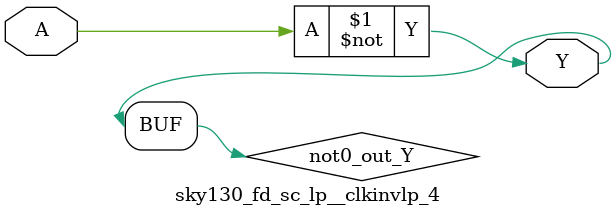
<source format=v>
/*
 * Copyright 2020 The SkyWater PDK Authors
 *
 * Licensed under the Apache License, Version 2.0 (the "License");
 * you may not use this file except in compliance with the License.
 * You may obtain a copy of the License at
 *
 *     https://www.apache.org/licenses/LICENSE-2.0
 *
 * Unless required by applicable law or agreed to in writing, software
 * distributed under the License is distributed on an "AS IS" BASIS,
 * WITHOUT WARRANTIES OR CONDITIONS OF ANY KIND, either express or implied.
 * See the License for the specific language governing permissions and
 * limitations under the License.
 *
 * SPDX-License-Identifier: Apache-2.0
*/


`ifndef SKY130_FD_SC_LP__CLKINVLP_4_FUNCTIONAL_V
`define SKY130_FD_SC_LP__CLKINVLP_4_FUNCTIONAL_V

/**
 * clkinvlp: Lower power Clock tree inverter.
 *
 * Verilog simulation functional model.
 */

`timescale 1ns / 1ps
`default_nettype none

`celldefine
module sky130_fd_sc_lp__clkinvlp_4 (
    Y,
    A
);

    // Module ports
    output Y;
    input  A;

    // Local signals
    wire not0_out_Y;

    //  Name  Output      Other arguments
    not not0 (not0_out_Y, A              );
    buf buf0 (Y         , not0_out_Y     );

endmodule
`endcelldefine

`default_nettype wire
`endif  // SKY130_FD_SC_LP__CLKINVLP_4_FUNCTIONAL_V

</source>
